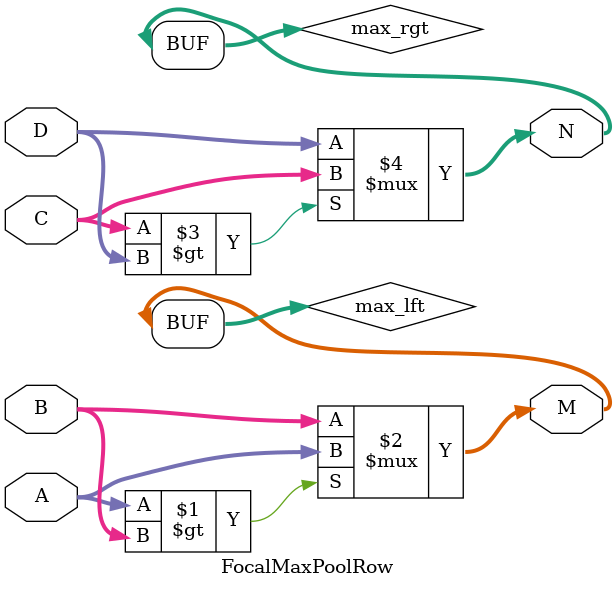
<source format=v>
module FocalMaxPoolRow(
    input  wire [3:0] A,  // 4-bit
    input  wire [3:0] B,  // 4-bit
    input  wire [3:0] C,  // 4-bit
    input  wire [3:0] D,  // 4-bit
    output wire [3:0] M,  // 4-bit
    output wire [3:0] N   // 4-bit
);

    wire [3:0] max_lft;
    wire [3:0] max_rgt;

    assign max_lft = (A > B) ? A : B;
    assign max_rgt = (C > D) ? C : D;
 
    assign M = max_lft;
    assign N = max_rgt;
endmodule
</source>
